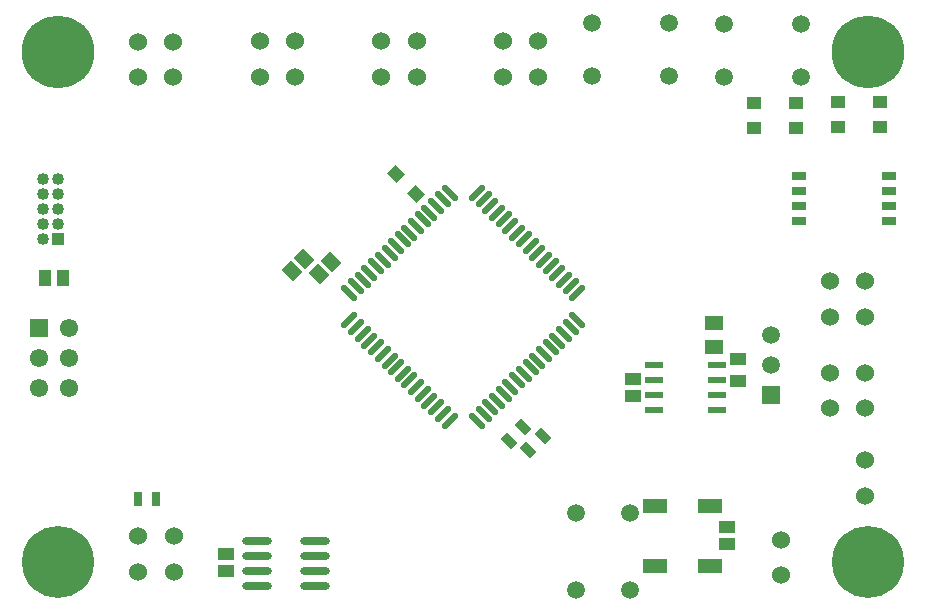
<source format=gbr>
%FSTAX23Y23*%
%MOIN*%
%SFA1B1*%

%IPPOS*%
%AMD14*
4,1,4,-0.029700,0.006400,0.006400,-0.029700,0.029700,-0.006400,-0.006400,0.029700,-0.029700,0.006400,0.0*
%
%AMD15*
4,1,4,0.002100,-0.029700,0.029700,-0.002100,-0.002100,0.029700,-0.029700,0.002100,0.002100,-0.029700,0.0*
%
%AMD16*
4,1,4,0.033900,-0.003500,-0.003500,0.033900,-0.033900,0.003500,0.003500,-0.033900,0.033900,-0.003500,0.0*
%
%AMD23*
4,1,4,-0.008800,0.024400,-0.024400,0.008800,0.008800,-0.024400,0.024400,-0.008800,-0.008800,0.024400,0.0*
1,1,0.022000,-0.016600,0.016600*
1,1,0.022000,0.016600,-0.016600*
%
%AMD24*
4,1,4,-0.024400,-0.008800,-0.008800,-0.024400,0.024400,0.008800,0.008800,0.024400,-0.024400,-0.008800,0.0*
1,1,0.022000,-0.016600,-0.016600*
1,1,0.022000,0.016600,0.016600*
%
%ADD10R,0.031000X0.047000*%
%ADD11O,0.098000X0.028000*%
%ADD12R,0.053000X0.043000*%
%ADD13R,0.059000X0.049000*%
G04~CAMADD=14~9~0.0~0.0~510.0~330.0~0.0~0.0~0~0.0~0.0~0.0~0.0~0~0.0~0.0~0.0~0.0~0~0.0~0.0~0.0~135.0~594.0~593.0*
%ADD14D14*%
G04~CAMADD=15~9~0.0~0.0~390.0~450.0~0.0~0.0~0~0.0~0.0~0.0~0.0~0~0.0~0.0~0.0~0.0~0~0.0~0.0~0.0~225.0~594.0~593.0*
%ADD15D15*%
G04~CAMADD=16~9~0.0~0.0~530.0~430.0~0.0~0.0~0~0.0~0.0~0.0~0.0~0~0.0~0.0~0.0~0.0~0~0.0~0.0~0.0~315.0~678.0~677.0*
%ADD16D16*%
%ADD17R,0.043000X0.053000*%
%ADD18R,0.055000X0.041000*%
%ADD19R,0.059000X0.024000*%
%ADD20R,0.083000X0.051000*%
%ADD21R,0.050000X0.030000*%
%ADD22R,0.047000X0.043000*%
G04~CAMADD=23~3~0.0~0.0~220.0~690.0~0.0~0.0~0~0.0~0.0~0.0~0.0~0~0.0~0.0~0.0~0.0~0~0.0~0.0~0.0~45.0~550.0~550.0*
%ADD23D23*%
G04~CAMADD=24~3~0.0~0.0~220.0~690.0~0.0~0.0~0~0.0~0.0~0.0~0.0~0~0.0~0.0~0.0~0.0~0~0.0~0.0~0.0~135.0~550.0~550.0*
%ADD24D24*%
%ADD27C,0.059000*%
%ADD28R,0.061000X0.061000*%
%ADD29C,0.061000*%
%ADD30C,0.060000*%
%ADD31C,0.059000*%
%ADD32R,0.059000X0.059000*%
%ADD33R,0.040000X0.040000*%
%ADD34C,0.040000*%
%ADD35C,0.242000*%
%ADD36C,0.240000*%
%LNtemperature_monitor_&_display_pads_top-1*%
%LPD*%
G54D10*
X00415Y0036D03*
X00475D03*
G54D11*
X01006Y0007D03*
Y0012D03*
Y0017D03*
Y0022D03*
X00813Y0007D03*
Y0012D03*
Y0017D03*
Y0022D03*
G54D12*
X0071Y00177D03*
Y0012D03*
X02065Y00759D03*
Y00701D03*
X0238Y0021D03*
Y00267D03*
G54D13*
X02335Y00864D03*
Y00946D03*
G54D14*
X01764Y00569D03*
X01716Y00521D03*
X01699Y00599D03*
X01651Y00551D03*
G54D15*
X01343Y01377D03*
X01277Y01443D03*
G54D16*
X0093Y0112D03*
X0097Y0116D03*
X0106Y0115D03*
X0102Y0111D03*
G54D17*
X00164Y01095D03*
X00106D03*
G54D18*
X02415Y00827D03*
Y00753D03*
G54D19*
X02136Y00805D03*
Y00755D03*
Y00705D03*
Y00655D03*
X02344D03*
Y00705D03*
Y00755D03*
Y00805D03*
G54D20*
X02321Y00135D03*
Y00335D03*
X02139D03*
Y00135D03*
G54D21*
X0292Y01285D03*
Y01335D03*
Y01385D03*
Y01435D03*
X0262D03*
Y01385D03*
Y01335D03*
Y01285D03*
G54D22*
X0289Y01681D03*
Y01599D03*
X0275Y01681D03*
Y01599D03*
X0261Y0168D03*
Y01597D03*
X0247Y0168D03*
Y01597D03*
G54D23*
X0112Y01046D03*
X01142Y01068D03*
X01165Y0109D03*
X01187Y01113D03*
X01209Y01135D03*
X01231Y01157D03*
X01254Y0118D03*
X01276Y01202D03*
X01298Y01224D03*
X0132Y01246D03*
X01343Y01269D03*
X01365Y01291D03*
X01387Y01313D03*
X0141Y01335D03*
X01432Y01358D03*
X01454Y0138D03*
X0188Y00954D03*
X01858Y00932D03*
X01835Y0091D03*
X01813Y00887D03*
X01791Y00865D03*
X01769Y00843D03*
X01746Y0082D03*
X01724Y00798D03*
X01702Y00776D03*
X0168Y00754D03*
X01657Y00731D03*
X01635Y00709D03*
X01613Y00687D03*
X0159Y00665D03*
X01568Y00642D03*
X01546Y0062D03*
G54D24*
X01546Y0138D03*
X01568Y01358D03*
X0159Y01335D03*
X01613Y01313D03*
X01635Y01291D03*
X01657Y01269D03*
X0168Y01246D03*
X01702Y01224D03*
X01724Y01202D03*
X01746Y0118D03*
X01769Y01157D03*
X01791Y01135D03*
X01813Y01113D03*
X01835Y0109D03*
X01858Y01068D03*
X0188Y01046D03*
X01454Y0062D03*
X01432Y00642D03*
X0141Y00665D03*
X01387Y00687D03*
X01365Y00709D03*
X01343Y00731D03*
X0132Y00754D03*
X01298Y00776D03*
X01276Y00798D03*
X01254Y0082D03*
X01231Y00843D03*
X01209Y00865D03*
X01187Y00887D03*
X01165Y0091D03*
X01142Y00932D03*
X0112Y00954D03*
G54D27*
X0193Y01945D03*
X02186D03*
X0193Y01768D03*
X02186D03*
X0237Y01942D03*
X02626D03*
X0237Y01765D03*
X02626D03*
X01876Y00057D03*
Y00313D03*
X02054Y00057D03*
Y00313D03*
G54D28*
X00085Y0093D03*
G54D29*
X00085Y0083D03*
Y0073D03*
X00185Y0093D03*
Y0083D03*
Y0073D03*
G54D30*
X0256Y00105D03*
Y00223D03*
X0284Y00488D03*
Y0037D03*
X00534Y00234D03*
Y00116D03*
X00416Y00234D03*
Y00116D03*
X01631Y01766D03*
Y01884D03*
X01749Y01766D03*
Y01884D03*
X01226Y01766D03*
Y01884D03*
X01344Y01766D03*
Y01884D03*
X0284Y01085D03*
Y00967D03*
X02722Y01085D03*
Y00967D03*
X0284Y0078D03*
Y00662D03*
X02722Y0078D03*
Y00662D03*
X00821Y01766D03*
Y01884D03*
X00939Y01766D03*
Y01884D03*
X00533Y01883D03*
Y01765D03*
X00415Y01883D03*
Y01765D03*
G54D31*
X02525Y00905D03*
Y00805D03*
G54D32*
X02525Y00705D03*
G54D33*
X0015Y01225D03*
G54D34*
X001Y01225D03*
X0015Y01275D03*
X001D03*
X0015Y01325D03*
X001D03*
X0015Y01375D03*
X001D03*
X0015Y01425D03*
X001D03*
G54D35*
X0015Y0185D03*
X0285D03*
G54D36*
X0285Y0015D03*
X0015D03*
M02*
</source>
